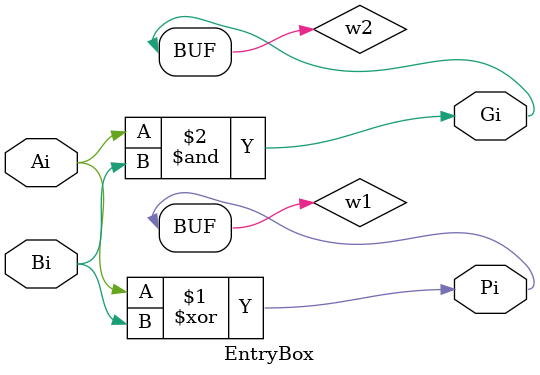
<source format=v>
module EntryBox(Ai, Bi, Pi, Gi);
  
  input Ai, Bi;
  output Pi, Gi;
  
  reg Pi, Gi;
  
  wire w1, w2;
  
  xor(w1, Ai, Bi);
  and(w2, Ai, Bi);
  
  assign w1 = Pi;
  assign w2 = Gi;
  
endmodule
</source>
